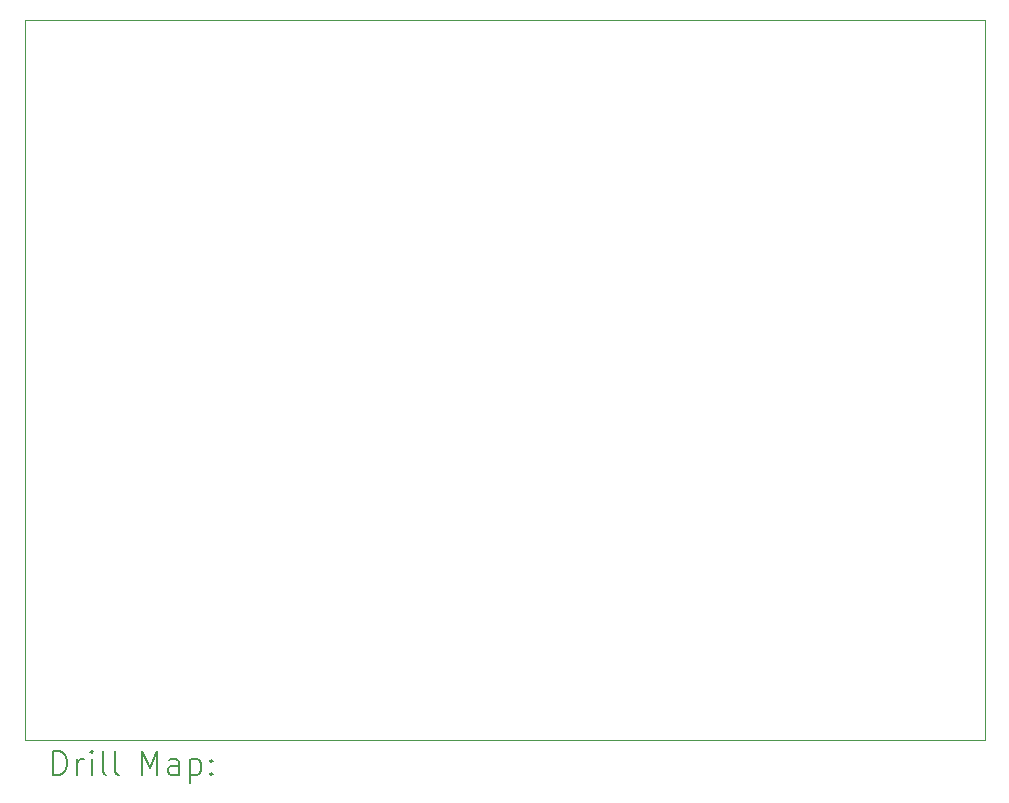
<source format=gbr>
%TF.GenerationSoftware,KiCad,Pcbnew,(7.0.0)*%
%TF.CreationDate,2023-02-24T13:42:32+01:00*%
%TF.ProjectId,PCH-1000JIG,5043482d-3130-4303-904a-49472e6b6963,rev?*%
%TF.SameCoordinates,Original*%
%TF.FileFunction,Drillmap*%
%TF.FilePolarity,Positive*%
%FSLAX45Y45*%
G04 Gerber Fmt 4.5, Leading zero omitted, Abs format (unit mm)*
G04 Created by KiCad (PCBNEW (7.0.0)) date 2023-02-24 13:42:32*
%MOMM*%
%LPD*%
G01*
G04 APERTURE LIST*
%ADD10C,0.100000*%
%ADD11C,0.200000*%
G04 APERTURE END LIST*
D10*
X1524000Y-1524000D02*
X9652000Y-1524000D01*
X9652000Y-1524000D02*
X9652000Y-7620000D01*
X9652000Y-7620000D02*
X1524000Y-7620000D01*
X1524000Y-7620000D02*
X1524000Y-1524000D01*
D11*
X1766619Y-7918476D02*
X1766619Y-7718476D01*
X1766619Y-7718476D02*
X1814238Y-7718476D01*
X1814238Y-7718476D02*
X1842809Y-7728000D01*
X1842809Y-7728000D02*
X1861857Y-7747048D01*
X1861857Y-7747048D02*
X1871381Y-7766095D01*
X1871381Y-7766095D02*
X1880905Y-7804190D01*
X1880905Y-7804190D02*
X1880905Y-7832762D01*
X1880905Y-7832762D02*
X1871381Y-7870857D01*
X1871381Y-7870857D02*
X1861857Y-7889905D01*
X1861857Y-7889905D02*
X1842809Y-7908952D01*
X1842809Y-7908952D02*
X1814238Y-7918476D01*
X1814238Y-7918476D02*
X1766619Y-7918476D01*
X1966619Y-7918476D02*
X1966619Y-7785143D01*
X1966619Y-7823238D02*
X1976143Y-7804190D01*
X1976143Y-7804190D02*
X1985667Y-7794667D01*
X1985667Y-7794667D02*
X2004714Y-7785143D01*
X2004714Y-7785143D02*
X2023762Y-7785143D01*
X2090428Y-7918476D02*
X2090428Y-7785143D01*
X2090428Y-7718476D02*
X2080905Y-7728000D01*
X2080905Y-7728000D02*
X2090428Y-7737524D01*
X2090428Y-7737524D02*
X2099952Y-7728000D01*
X2099952Y-7728000D02*
X2090428Y-7718476D01*
X2090428Y-7718476D02*
X2090428Y-7737524D01*
X2214238Y-7918476D02*
X2195190Y-7908952D01*
X2195190Y-7908952D02*
X2185667Y-7889905D01*
X2185667Y-7889905D02*
X2185667Y-7718476D01*
X2319000Y-7918476D02*
X2299952Y-7908952D01*
X2299952Y-7908952D02*
X2290429Y-7889905D01*
X2290429Y-7889905D02*
X2290429Y-7718476D01*
X2515190Y-7918476D02*
X2515190Y-7718476D01*
X2515190Y-7718476D02*
X2581857Y-7861333D01*
X2581857Y-7861333D02*
X2648524Y-7718476D01*
X2648524Y-7718476D02*
X2648524Y-7918476D01*
X2829476Y-7918476D02*
X2829476Y-7813714D01*
X2829476Y-7813714D02*
X2819952Y-7794667D01*
X2819952Y-7794667D02*
X2800905Y-7785143D01*
X2800905Y-7785143D02*
X2762809Y-7785143D01*
X2762809Y-7785143D02*
X2743762Y-7794667D01*
X2829476Y-7908952D02*
X2810428Y-7918476D01*
X2810428Y-7918476D02*
X2762809Y-7918476D01*
X2762809Y-7918476D02*
X2743762Y-7908952D01*
X2743762Y-7908952D02*
X2734238Y-7889905D01*
X2734238Y-7889905D02*
X2734238Y-7870857D01*
X2734238Y-7870857D02*
X2743762Y-7851809D01*
X2743762Y-7851809D02*
X2762809Y-7842286D01*
X2762809Y-7842286D02*
X2810428Y-7842286D01*
X2810428Y-7842286D02*
X2829476Y-7832762D01*
X2924714Y-7785143D02*
X2924714Y-7985143D01*
X2924714Y-7794667D02*
X2943762Y-7785143D01*
X2943762Y-7785143D02*
X2981857Y-7785143D01*
X2981857Y-7785143D02*
X3000905Y-7794667D01*
X3000905Y-7794667D02*
X3010428Y-7804190D01*
X3010428Y-7804190D02*
X3019952Y-7823238D01*
X3019952Y-7823238D02*
X3019952Y-7880381D01*
X3019952Y-7880381D02*
X3010428Y-7899428D01*
X3010428Y-7899428D02*
X3000905Y-7908952D01*
X3000905Y-7908952D02*
X2981857Y-7918476D01*
X2981857Y-7918476D02*
X2943762Y-7918476D01*
X2943762Y-7918476D02*
X2924714Y-7908952D01*
X3105667Y-7899428D02*
X3115190Y-7908952D01*
X3115190Y-7908952D02*
X3105667Y-7918476D01*
X3105667Y-7918476D02*
X3096143Y-7908952D01*
X3096143Y-7908952D02*
X3105667Y-7899428D01*
X3105667Y-7899428D02*
X3105667Y-7918476D01*
X3105667Y-7794667D02*
X3115190Y-7804190D01*
X3115190Y-7804190D02*
X3105667Y-7813714D01*
X3105667Y-7813714D02*
X3096143Y-7804190D01*
X3096143Y-7804190D02*
X3105667Y-7794667D01*
X3105667Y-7794667D02*
X3105667Y-7813714D01*
M02*

</source>
